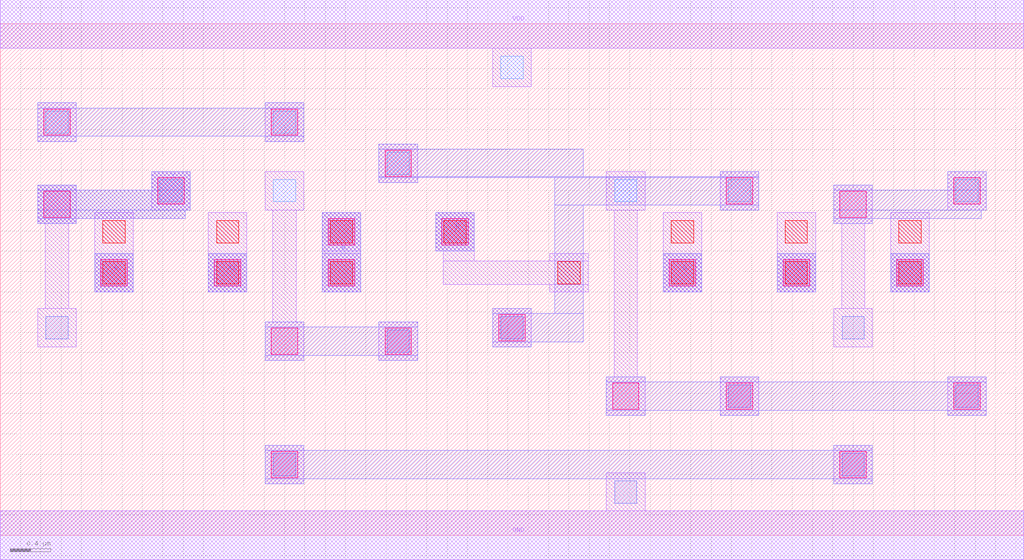
<source format=lef>
MACRO AOOAOI21211
 CLASS CORE ;
 FOREIGN AOOAOI21211 0 0 ;
 SIZE 10.08 BY 5.04 ;
 ORIGIN 0 0 ;
 SYMMETRY X Y R90 ;
 SITE unit ;
  PIN VDD
   DIRECTION INOUT ;
   USE POWER ;
   SHAPE ABUTMENT ;
    PORT
     CLASS CORE ;
       LAYER met1 ;
        RECT 0.00000000 4.80000000 10.08000000 5.28000000 ;
    END
  END VDD

  PIN GND
   DIRECTION INOUT ;
   USE POWER ;
   SHAPE ABUTMENT ;
    PORT
     CLASS CORE ;
       LAYER met1 ;
        RECT 0.00000000 -0.24000000 10.08000000 0.24000000 ;
    END
  END GND

  PIN Y
   DIRECTION INOUT ;
   USE SIGNAL ;
   SHAPE ABUTMENT ;
    PORT
     CLASS CORE ;
       LAYER met2 ;
        RECT 0.37000000 3.07200000 0.75000000 3.12200000 ;
        RECT 0.37000000 3.12200000 1.82000000 3.20700000 ;
        RECT 0.37000000 3.20700000 1.87000000 3.40200000 ;
        RECT 0.37000000 3.40200000 0.75000000 3.45200000 ;
        RECT 1.49000000 3.40200000 1.87000000 3.58700000 ;
    END
  END Y

  PIN E
   DIRECTION INOUT ;
   USE SIGNAL ;
   SHAPE ABUTMENT ;
    PORT
     CLASS CORE ;
       LAYER met2 ;
        RECT 4.29000000 2.80200000 4.67000000 3.18200000 ;
    END
  END E

  PIN A1
   DIRECTION INOUT ;
   USE SIGNAL ;
   SHAPE ABUTMENT ;
    PORT
     CLASS CORE ;
       LAYER met2 ;
        RECT 2.05000000 2.39700000 2.43000000 2.77700000 ;
    END
  END A1

  PIN D
   DIRECTION INOUT ;
   USE SIGNAL ;
   SHAPE ABUTMENT ;
    PORT
     CLASS CORE ;
       LAYER met2 ;
        RECT 6.53000000 2.39700000 6.91000000 2.77700000 ;
    END
  END D

  PIN C
   DIRECTION INOUT ;
   USE SIGNAL ;
   SHAPE ABUTMENT ;
    PORT
     CLASS CORE ;
       LAYER met2 ;
        RECT 8.77000000 2.39700000 9.15000000 2.77700000 ;
    END
  END C

  PIN C1
   DIRECTION INOUT ;
   USE SIGNAL ;
   SHAPE ABUTMENT ;
    PORT
     CLASS CORE ;
       LAYER met2 ;
        RECT 7.65000000 2.39700000 8.03000000 2.77700000 ;
    END
  END C1

  PIN B
   DIRECTION INOUT ;
   USE SIGNAL ;
   SHAPE ABUTMENT ;
    PORT
     CLASS CORE ;
       LAYER met2 ;
        RECT 3.17000000 2.39700000 3.55000000 3.18200000 ;
    END
  END B

  PIN A
   DIRECTION INOUT ;
   USE SIGNAL ;
   SHAPE ABUTMENT ;
    PORT
     CLASS CORE ;
       LAYER met2 ;
        RECT 0.93000000 2.39700000 1.31000000 2.77700000 ;
    END
  END A

 OBS
    LAYER polycont ;
     RECT 1.01000000 2.47700000 1.23000000 2.69700000 ;
     RECT 2.13000000 2.47700000 2.35000000 2.69700000 ;
     RECT 3.25000000 2.47700000 3.47000000 2.69700000 ;
     RECT 5.49000000 2.47700000 5.71000000 2.69700000 ;
     RECT 6.61000000 2.47700000 6.83000000 2.69700000 ;
     RECT 7.73000000 2.47700000 7.95000000 2.69700000 ;
     RECT 8.85000000 2.47700000 9.07000000 2.69700000 ;
     RECT 1.01000000 2.88200000 1.23000000 3.10200000 ;
     RECT 2.13000000 2.88200000 2.35000000 3.10200000 ;
     RECT 3.25000000 2.88200000 3.47000000 3.10200000 ;
     RECT 4.37000000 2.88200000 4.59000000 3.10200000 ;
     RECT 6.61000000 2.88200000 6.83000000 3.10200000 ;
     RECT 7.73000000 2.88200000 7.95000000 3.10200000 ;
     RECT 8.85000000 2.88200000 9.07000000 3.10200000 ;

    LAYER pdiffc ;
     RECT 1.57000000 3.28700000 1.79000000 3.50700000 ;
     RECT 2.69000000 3.28700000 2.91000000 3.50700000 ;
     RECT 6.05000000 3.28700000 6.27000000 3.50700000 ;
     RECT 7.17000000 3.28700000 7.39000000 3.50700000 ;
     RECT 9.41000000 3.28700000 9.63000000 3.50700000 ;
     RECT 3.81000000 3.55700000 4.03000000 3.77700000 ;
     RECT 0.45000000 3.96200000 0.67000000 4.18200000 ;
     RECT 2.69000000 3.96200000 2.91000000 4.18200000 ;
     RECT 4.93000000 4.50200000 5.15000000 4.72200000 ;

    LAYER ndiffc ;
     RECT 6.05000000 0.31700000 6.27000000 0.53700000 ;
     RECT 2.69000000 0.58700000 2.91000000 0.80700000 ;
     RECT 8.29000000 0.58700000 8.51000000 0.80700000 ;
     RECT 7.17000000 1.26200000 7.39000000 1.48200000 ;
     RECT 9.41000000 1.26200000 9.63000000 1.48200000 ;
     RECT 3.81000000 1.80200000 4.03000000 2.02200000 ;
     RECT 0.45000000 1.93700000 0.67000000 2.15700000 ;
     RECT 4.93000000 1.93700000 5.15000000 2.15700000 ;
     RECT 8.29000000 1.93700000 8.51000000 2.15700000 ;

    LAYER met1 ;
     RECT 0.00000000 -0.24000000 10.08000000 0.24000000 ;
     RECT 5.97000000 0.24000000 6.35000000 0.61700000 ;
     RECT 2.61000000 0.50700000 2.99000000 0.88700000 ;
     RECT 8.21000000 0.50700000 8.59000000 0.88700000 ;
     RECT 7.09000000 1.18200000 7.47000000 1.56200000 ;
     RECT 9.33000000 1.18200000 9.71000000 1.56200000 ;
     RECT 3.73000000 1.72200000 4.11000000 2.10200000 ;
     RECT 4.85000000 1.85700000 5.23000000 2.23700000 ;
     RECT 3.17000000 2.39700000 3.55000000 2.77700000 ;
     RECT 0.93000000 2.39700000 1.31000000 3.18200000 ;
     RECT 2.05000000 2.39700000 2.43000000 3.18200000 ;
     RECT 3.17000000 2.80200000 3.55000000 3.18200000 ;
     RECT 5.41000000 2.39700000 5.79000000 2.47200000 ;
     RECT 4.36500000 2.47200000 5.79000000 2.70200000 ;
     RECT 5.41000000 2.70200000 5.79000000 2.77700000 ;
     RECT 4.36500000 2.70200000 4.67000000 2.80200000 ;
     RECT 4.29000000 2.80200000 4.67000000 3.18200000 ;
     RECT 6.53000000 2.39700000 6.91000000 3.18200000 ;
     RECT 7.65000000 2.39700000 8.03000000 3.18200000 ;
     RECT 8.77000000 2.39700000 9.15000000 3.18200000 ;
     RECT 0.37000000 1.85700000 0.75000000 2.23700000 ;
     RECT 0.44500000 2.23700000 0.67500000 3.07200000 ;
     RECT 0.37000000 3.07200000 0.75000000 3.45200000 ;
     RECT 8.21000000 1.85700000 8.59000000 2.23700000 ;
     RECT 8.28500000 2.23700000 8.51500000 3.07200000 ;
     RECT 8.21000000 3.07200000 8.59000000 3.45200000 ;
     RECT 1.49000000 3.20700000 1.87000000 3.58700000 ;
     RECT 2.61000000 1.72200000 2.99000000 2.10200000 ;
     RECT 2.68500000 2.10200000 2.91500000 3.20700000 ;
     RECT 2.61000000 3.20700000 2.99000000 3.58700000 ;
     RECT 5.97000000 1.18200000 6.35000000 1.56200000 ;
     RECT 6.04500000 1.56200000 6.27500000 3.20700000 ;
     RECT 5.97000000 3.20700000 6.35000000 3.58700000 ;
     RECT 7.09000000 3.20700000 7.47000000 3.58700000 ;
     RECT 9.33000000 3.20700000 9.71000000 3.58700000 ;
     RECT 3.73000000 3.47700000 4.11000000 3.85700000 ;
     RECT 0.37000000 3.88200000 0.75000000 4.26200000 ;
     RECT 2.61000000 3.88200000 2.99000000 4.26200000 ;
     RECT 4.85000000 4.42200000 5.23000000 4.80000000 ;
     RECT 0.00000000 4.80000000 10.08000000 5.28000000 ;

    LAYER via1 ;
     RECT 2.67000000 0.56700000 2.93000000 0.82700000 ;
     RECT 8.27000000 0.56700000 8.53000000 0.82700000 ;
     RECT 6.03000000 1.24200000 6.29000000 1.50200000 ;
     RECT 7.15000000 1.24200000 7.41000000 1.50200000 ;
     RECT 9.39000000 1.24200000 9.65000000 1.50200000 ;
     RECT 2.67000000 1.78200000 2.93000000 2.04200000 ;
     RECT 3.79000000 1.78200000 4.05000000 2.04200000 ;
     RECT 4.91000000 1.91700000 5.17000000 2.17700000 ;
     RECT 0.99000000 2.45700000 1.25000000 2.71700000 ;
     RECT 2.11000000 2.45700000 2.37000000 2.71700000 ;
     RECT 3.23000000 2.45700000 3.49000000 2.71700000 ;
     RECT 6.59000000 2.45700000 6.85000000 2.71700000 ;
     RECT 7.71000000 2.45700000 7.97000000 2.71700000 ;
     RECT 8.83000000 2.45700000 9.09000000 2.71700000 ;
     RECT 3.23000000 2.86200000 3.49000000 3.12200000 ;
     RECT 4.35000000 2.86200000 4.61000000 3.12200000 ;
     RECT 0.43000000 3.13200000 0.69000000 3.39200000 ;
     RECT 8.27000000 3.13200000 8.53000000 3.39200000 ;
     RECT 1.55000000 3.26700000 1.81000000 3.52700000 ;
     RECT 7.15000000 3.26700000 7.41000000 3.52700000 ;
     RECT 9.39000000 3.26700000 9.65000000 3.52700000 ;
     RECT 3.79000000 3.53700000 4.05000000 3.79700000 ;
     RECT 0.43000000 3.94200000 0.69000000 4.20200000 ;
     RECT 2.67000000 3.94200000 2.93000000 4.20200000 ;

    LAYER met2 ;
     RECT 2.61000000 0.50700000 2.99000000 0.55700000 ;
     RECT 8.21000000 0.50700000 8.59000000 0.55700000 ;
     RECT 2.61000000 0.55700000 8.59000000 0.83700000 ;
     RECT 2.61000000 0.83700000 2.99000000 0.88700000 ;
     RECT 8.21000000 0.83700000 8.59000000 0.88700000 ;
     RECT 5.97000000 1.18200000 6.35000000 1.23200000 ;
     RECT 7.09000000 1.18200000 7.47000000 1.23200000 ;
     RECT 9.33000000 1.18200000 9.71000000 1.23200000 ;
     RECT 5.97000000 1.23200000 9.71000000 1.51200000 ;
     RECT 5.97000000 1.51200000 6.35000000 1.56200000 ;
     RECT 7.09000000 1.51200000 7.47000000 1.56200000 ;
     RECT 9.33000000 1.51200000 9.71000000 1.56200000 ;
     RECT 2.61000000 1.72200000 2.99000000 1.77200000 ;
     RECT 3.73000000 1.72200000 4.11000000 1.77200000 ;
     RECT 2.61000000 1.77200000 4.11000000 2.05200000 ;
     RECT 2.61000000 2.05200000 2.99000000 2.10200000 ;
     RECT 3.73000000 2.05200000 4.11000000 2.10200000 ;
     RECT 0.93000000 2.39700000 1.31000000 2.77700000 ;
     RECT 2.05000000 2.39700000 2.43000000 2.77700000 ;
     RECT 6.53000000 2.39700000 6.91000000 2.77700000 ;
     RECT 7.65000000 2.39700000 8.03000000 2.77700000 ;
     RECT 8.77000000 2.39700000 9.15000000 2.77700000 ;
     RECT 3.17000000 2.39700000 3.55000000 3.18200000 ;
     RECT 4.29000000 2.80200000 4.67000000 3.18200000 ;
     RECT 0.37000000 3.07200000 0.75000000 3.12200000 ;
     RECT 0.37000000 3.12200000 1.82000000 3.20700000 ;
     RECT 0.37000000 3.20700000 1.87000000 3.40200000 ;
     RECT 0.37000000 3.40200000 0.75000000 3.45200000 ;
     RECT 1.49000000 3.40200000 1.87000000 3.58700000 ;
     RECT 8.21000000 3.07200000 8.59000000 3.12200000 ;
     RECT 8.21000000 3.12200000 9.66000000 3.20700000 ;
     RECT 8.21000000 3.20700000 9.71000000 3.40200000 ;
     RECT 8.21000000 3.40200000 8.59000000 3.45200000 ;
     RECT 9.33000000 3.40200000 9.71000000 3.58700000 ;
     RECT 4.85000000 1.85700000 5.23000000 1.90700000 ;
     RECT 4.85000000 1.90700000 5.74000000 2.18700000 ;
     RECT 4.85000000 2.18700000 5.23000000 2.23700000 ;
     RECT 5.46000000 2.18700000 5.74000000 3.25700000 ;
     RECT 7.09000000 3.20700000 7.47000000 3.25700000 ;
     RECT 3.73000000 3.47700000 4.11000000 3.52700000 ;
     RECT 5.46000000 3.25700000 7.47000000 3.52700000 ;
     RECT 3.73000000 3.52700000 7.47000000 3.53700000 ;
     RECT 7.09000000 3.53700000 7.47000000 3.58700000 ;
     RECT 3.73000000 3.53700000 5.74000000 3.80700000 ;
     RECT 3.73000000 3.80700000 4.11000000 3.85700000 ;
     RECT 0.37000000 3.88200000 0.75000000 3.93200000 ;
     RECT 2.61000000 3.88200000 2.99000000 3.93200000 ;
     RECT 0.37000000 3.93200000 2.99000000 4.21200000 ;
     RECT 0.37000000 4.21200000 0.75000000 4.26200000 ;
     RECT 2.61000000 4.21200000 2.99000000 4.26200000 ;

 END
END AOOAOI21211

</source>
